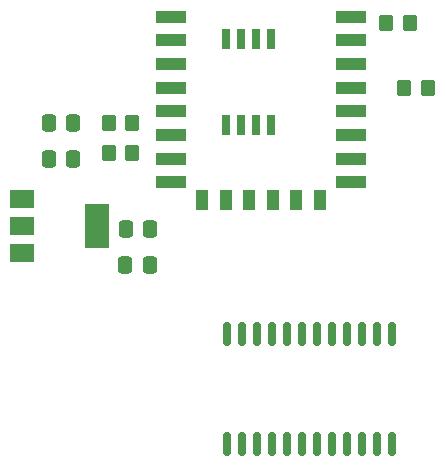
<source format=gbr>
%TF.GenerationSoftware,KiCad,Pcbnew,7.0.9*%
%TF.CreationDate,2024-01-16T21:18:43+00:00*%
%TF.ProjectId,egg-timer,6567672d-7469-46d6-9572-2e6b69636164,rev?*%
%TF.SameCoordinates,Original*%
%TF.FileFunction,Paste,Bot*%
%TF.FilePolarity,Positive*%
%FSLAX46Y46*%
G04 Gerber Fmt 4.6, Leading zero omitted, Abs format (unit mm)*
G04 Created by KiCad (PCBNEW 7.0.9) date 2024-01-16 21:18:43*
%MOMM*%
%LPD*%
G01*
G04 APERTURE LIST*
G04 Aperture macros list*
%AMRoundRect*
0 Rectangle with rounded corners*
0 $1 Rounding radius*
0 $2 $3 $4 $5 $6 $7 $8 $9 X,Y pos of 4 corners*
0 Add a 4 corners polygon primitive as box body*
4,1,4,$2,$3,$4,$5,$6,$7,$8,$9,$2,$3,0*
0 Add four circle primitives for the rounded corners*
1,1,$1+$1,$2,$3*
1,1,$1+$1,$4,$5*
1,1,$1+$1,$6,$7*
1,1,$1+$1,$8,$9*
0 Add four rect primitives between the rounded corners*
20,1,$1+$1,$2,$3,$4,$5,0*
20,1,$1+$1,$4,$5,$6,$7,0*
20,1,$1+$1,$6,$7,$8,$9,0*
20,1,$1+$1,$8,$9,$2,$3,0*%
G04 Aperture macros list end*
%ADD10RoundRect,0.250000X0.350000X0.450000X-0.350000X0.450000X-0.350000X-0.450000X0.350000X-0.450000X0*%
%ADD11RoundRect,0.250000X-0.337500X-0.475000X0.337500X-0.475000X0.337500X0.475000X-0.337500X0.475000X0*%
%ADD12RoundRect,0.250000X-0.350000X-0.450000X0.350000X-0.450000X0.350000X0.450000X-0.350000X0.450000X0*%
%ADD13R,0.650000X1.700000*%
%ADD14R,2.500000X1.000000*%
%ADD15R,1.000000X1.800000*%
%ADD16R,2.000000X1.500000*%
%ADD17R,2.000000X3.800000*%
%ADD18RoundRect,0.150000X-0.150000X0.875000X-0.150000X-0.875000X0.150000X-0.875000X0.150000X0.875000X0*%
G04 APERTURE END LIST*
D10*
%TO.C,R2*%
X134500000Y-78500000D03*
X132500000Y-78500000D03*
%TD*%
D11*
%TO.C,C3*%
X110425000Y-99000000D03*
X112500000Y-99000000D03*
%TD*%
D12*
%TO.C,R3*%
X109000000Y-87000000D03*
X111000000Y-87000000D03*
%TD*%
%TO.C,R1*%
X134000000Y-84000000D03*
X136000000Y-84000000D03*
%TD*%
D11*
%TO.C,C4*%
X110462500Y-96000000D03*
X112537500Y-96000000D03*
%TD*%
%TO.C,C1*%
X103925000Y-87000000D03*
X106000000Y-87000000D03*
%TD*%
D13*
%TO.C,U5*%
X118960000Y-79850000D03*
X120230000Y-79850000D03*
X121500000Y-79850000D03*
X122770000Y-79850000D03*
X122770000Y-87150000D03*
X121500000Y-87150000D03*
X120230000Y-87150000D03*
X118960000Y-87150000D03*
%TD*%
D14*
%TO.C,U1*%
X129500000Y-78000000D03*
X129500000Y-80000000D03*
X129500000Y-82000000D03*
X129500000Y-84000000D03*
X129500000Y-86000000D03*
X129500000Y-88000000D03*
X129500000Y-90000000D03*
X129500000Y-92000000D03*
D15*
X126900000Y-93500000D03*
X124900000Y-93500000D03*
X122900000Y-93500000D03*
X120900000Y-93500000D03*
X118900000Y-93500000D03*
X116900000Y-93500000D03*
D14*
X114300000Y-92000000D03*
X114300000Y-90000000D03*
X114300000Y-88000000D03*
X114300000Y-86000000D03*
X114300000Y-84000000D03*
X114300000Y-82000000D03*
X114300000Y-80000000D03*
X114300000Y-78000000D03*
%TD*%
D16*
%TO.C,U4*%
X101700000Y-98000000D03*
X101700000Y-95700000D03*
D17*
X108000000Y-95700000D03*
D16*
X101700000Y-93400000D03*
%TD*%
D11*
%TO.C,C2*%
X103925000Y-90000000D03*
X106000000Y-90000000D03*
%TD*%
D12*
%TO.C,R4*%
X109000000Y-89500000D03*
X111000000Y-89500000D03*
%TD*%
D18*
%TO.C,U2*%
X119000000Y-104850000D03*
X120270000Y-104850000D03*
X121540000Y-104850000D03*
X122810000Y-104850000D03*
X124080000Y-104850000D03*
X125350000Y-104850000D03*
X126620000Y-104850000D03*
X127890000Y-104850000D03*
X129160000Y-104850000D03*
X130430000Y-104850000D03*
X131700000Y-104850000D03*
X132970000Y-104850000D03*
X132970000Y-114150000D03*
X131700000Y-114150000D03*
X130430000Y-114150000D03*
X129160000Y-114150000D03*
X127890000Y-114150000D03*
X126620000Y-114150000D03*
X125350000Y-114150000D03*
X124080000Y-114150000D03*
X122810000Y-114150000D03*
X121540000Y-114150000D03*
X120270000Y-114150000D03*
X119000000Y-114150000D03*
%TD*%
M02*

</source>
